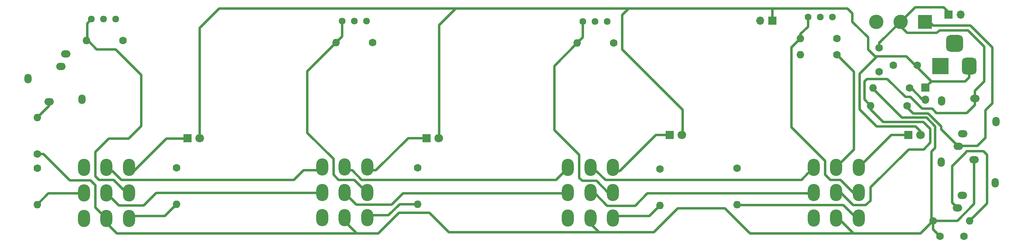
<source format=gbr>
%TF.GenerationSoftware,KiCad,Pcbnew,(6.0.11)*%
%TF.CreationDate,2024-02-23T20:56:01-06:00*%
%TF.ProjectId,StompBox,53746f6d-7042-46f7-982e-6b696361645f,rev?*%
%TF.SameCoordinates,Original*%
%TF.FileFunction,Copper,L2,Bot*%
%TF.FilePolarity,Positive*%
%FSLAX46Y46*%
G04 Gerber Fmt 4.6, Leading zero omitted, Abs format (unit mm)*
G04 Created by KiCad (PCBNEW (6.0.11)) date 2024-02-23 20:56:01*
%MOMM*%
%LPD*%
G01*
G04 APERTURE LIST*
G04 Aperture macros list*
%AMRoundRect*
0 Rectangle with rounded corners*
0 $1 Rounding radius*
0 $2 $3 $4 $5 $6 $7 $8 $9 X,Y pos of 4 corners*
0 Add a 4 corners polygon primitive as box body*
4,1,4,$2,$3,$4,$5,$6,$7,$8,$9,$2,$3,0*
0 Add four circle primitives for the rounded corners*
1,1,$1+$1,$2,$3*
1,1,$1+$1,$4,$5*
1,1,$1+$1,$6,$7*
1,1,$1+$1,$8,$9*
0 Add four rect primitives between the rounded corners*
20,1,$1+$1,$2,$3,$4,$5,0*
20,1,$1+$1,$4,$5,$6,$7,0*
20,1,$1+$1,$6,$7,$8,$9,0*
20,1,$1+$1,$8,$9,$2,$3,0*%
G04 Aperture macros list end*
%TA.AperFunction,ComponentPad*%
%ADD10R,1.700000X1.700000*%
%TD*%
%TA.AperFunction,ComponentPad*%
%ADD11O,1.700000X1.700000*%
%TD*%
%TA.AperFunction,ComponentPad*%
%ADD12C,1.600000*%
%TD*%
%TA.AperFunction,ComponentPad*%
%ADD13O,1.600000X1.600000*%
%TD*%
%TA.AperFunction,ComponentPad*%
%ADD14C,1.440000*%
%TD*%
%TA.AperFunction,ComponentPad*%
%ADD15O,1.500000X2.000000*%
%TD*%
%TA.AperFunction,ComponentPad*%
%ADD16O,2.000000X1.500000*%
%TD*%
%TA.AperFunction,ComponentPad*%
%ADD17R,1.800000X1.800000*%
%TD*%
%TA.AperFunction,ComponentPad*%
%ADD18C,1.800000*%
%TD*%
%TA.AperFunction,ComponentPad*%
%ADD19R,3.000000X3.000000*%
%TD*%
%TA.AperFunction,ComponentPad*%
%ADD20C,3.000000*%
%TD*%
%TA.AperFunction,ComponentPad*%
%ADD21O,2.500000X3.600000*%
%TD*%
%TA.AperFunction,ComponentPad*%
%ADD22R,3.500000X3.500000*%
%TD*%
%TA.AperFunction,ComponentPad*%
%ADD23RoundRect,0.750000X0.750000X1.000000X-0.750000X1.000000X-0.750000X-1.000000X0.750000X-1.000000X0*%
%TD*%
%TA.AperFunction,ComponentPad*%
%ADD24RoundRect,0.875000X0.875000X0.875000X-0.875000X0.875000X-0.875000X-0.875000X0.875000X-0.875000X0*%
%TD*%
%TA.AperFunction,Conductor*%
%ADD25C,0.500000*%
%TD*%
G04 APERTURE END LIST*
D10*
%TO.P,JP2,1,A*%
%TO.N,INVOLT*%
X240025000Y-64516000D03*
D11*
%TO.P,JP2,2,B*%
%TO.N,GND*%
X242565000Y-64516000D03*
%TD*%
D12*
%TO.P,R1,1*%
%TO.N,Net-(J1-PadS1)*%
X231432000Y-83566000D03*
D13*
%TO.P,R1,2*%
%TO.N,INVOLT*%
X223812000Y-83566000D03*
%TD*%
D12*
%TO.P,R10,1*%
%TO.N,GND*%
X179832000Y-96774000D03*
D13*
%TO.P,R10,2*%
%TO.N,Net-(R10-Pad2)*%
X179832000Y-104394000D03*
%TD*%
D14*
%TO.P,RV3,1,1*%
%TO.N,GND*%
X118620000Y-65910000D03*
%TO.P,RV3,2,2*%
X116080000Y-65910000D03*
%TO.P,RV3,3,3*%
%TO.N,Net-(R5-Pad2)*%
X113540000Y-65910000D03*
%TD*%
D15*
%TO.P,J1,G*%
%TO.N,GND*%
X249930000Y-86860000D03*
D16*
%TO.P,J1,S1*%
%TO.N,Net-(J1-PadS1)*%
X242030000Y-92060000D03*
%TO.P,J1,SN1*%
%TO.N,unconnected-(J1-PadSN1)*%
X243030000Y-89460000D03*
%TO.P,J1,T1*%
%TO.N,INVOLT*%
X245530000Y-82060000D03*
D15*
%TO.P,J1,TN1*%
%TO.N,unconnected-(J1-PadTN1)*%
X238630000Y-82560000D03*
%TD*%
D17*
%TO.P,D3,1,K*%
%TO.N,Net-(D3-Pad1)*%
X181882000Y-89710000D03*
D18*
%TO.P,D3,2,A*%
%TO.N,+9V*%
X184422000Y-89710000D03*
%TD*%
D15*
%TO.P,J6,G*%
%TO.N,GND*%
X48002000Y-77950000D03*
D16*
%TO.P,J6,S1*%
%TO.N,unconnected-(J6-PadS1)*%
X55902000Y-72750000D03*
%TO.P,J6,SN1*%
%TO.N,unconnected-(J6-PadSN1)*%
X54902000Y-75350000D03*
%TO.P,J6,T1*%
%TO.N,Net-(J6-PadT1)*%
X52402000Y-82750000D03*
D15*
%TO.P,J6,TN1*%
%TO.N,unconnected-(J6-PadTN1)*%
X59302000Y-82250000D03*
%TD*%
D19*
%TO.P,J3,1,Pin_1*%
%TO.N,Net-(J1-PadS1)*%
X235080000Y-66040000D03*
D20*
%TO.P,J3,2,Pin_2*%
%TO.N,INVOLT*%
X230000000Y-66040000D03*
%TO.P,J3,3,Pin_3*%
%TO.N,GND*%
X224920000Y-66040000D03*
%TD*%
D12*
%TO.P,R3,1*%
%TO.N,Net-(R3-Pad1)*%
X216782000Y-72970000D03*
D13*
%TO.P,R3,2*%
%TO.N,GND*%
X209162000Y-72970000D03*
%TD*%
D21*
%TO.P,SW4,1A*%
%TO.N,unconnected-(SW4-Pad1A)*%
X59670000Y-107100000D03*
%TO.P,SW4,1B*%
%TO.N,Net-(R12-Pad2)*%
X69070000Y-107100000D03*
%TO.P,SW4,1P*%
%TO.N,Net-(C3-Pad1)*%
X64370000Y-107100000D03*
%TO.P,SW4,2A*%
%TO.N,Net-(R13-Pad2)*%
X59670000Y-101800000D03*
%TO.P,SW4,2B*%
%TO.N,Net-(R6-Pad2)*%
X69070000Y-101800000D03*
%TO.P,SW4,2P*%
%TO.N,Net-(SW3-Pad2A)*%
X64370000Y-101800000D03*
%TO.P,SW4,3A*%
%TO.N,unconnected-(SW4-Pad3A)*%
X59670000Y-96500000D03*
%TO.P,SW4,3B*%
%TO.N,Net-(D4-Pad1)*%
X69070000Y-96500000D03*
%TO.P,SW4,3P*%
%TO.N,Net-(SW3-Pad3A)*%
X64370000Y-96500000D03*
%TD*%
D12*
%TO.P,R8,1*%
%TO.N,Net-(JP1-Pad2)*%
X231882000Y-79880000D03*
D13*
%TO.P,R8,2*%
%TO.N,Net-(C3-Pad1)*%
X224262000Y-79880000D03*
%TD*%
D14*
%TO.P,RV1,1,1*%
%TO.N,GND*%
X215782000Y-65024000D03*
%TO.P,RV1,2,2*%
X213242000Y-65024000D03*
%TO.P,RV1,3,3*%
%TO.N,Net-(R2-Pad2)*%
X210702000Y-65024000D03*
%TD*%
D22*
%TO.P,J2,1*%
%TO.N,GND*%
X238310000Y-75280000D03*
D23*
%TO.P,J2,2*%
%TO.N,+9V*%
X244310000Y-75280000D03*
D24*
%TO.P,J2,3*%
%TO.N,unconnected-(J2-Pad3)*%
X241310000Y-70580000D03*
%TD*%
D21*
%TO.P,SW2,1A*%
%TO.N,unconnected-(SW2-Pad1A)*%
X160652000Y-107046354D03*
%TO.P,SW2,1B*%
%TO.N,Net-(R10-Pad2)*%
X170052000Y-107046354D03*
%TO.P,SW2,1P*%
%TO.N,Net-(C3-Pad1)*%
X165352000Y-107046354D03*
%TO.P,SW2,2A*%
%TO.N,Net-(SW2-Pad2A)*%
X160652000Y-101746354D03*
%TO.P,SW2,2B*%
%TO.N,Net-(R4-Pad2)*%
X170052000Y-101746354D03*
%TO.P,SW2,2P*%
%TO.N,Net-(SW1-Pad2A)*%
X165352000Y-101746354D03*
%TO.P,SW2,3A*%
%TO.N,Net-(SW2-Pad3A)*%
X160652000Y-96446354D03*
%TO.P,SW2,3B*%
%TO.N,Net-(D3-Pad1)*%
X170052000Y-96446354D03*
%TO.P,SW2,3P*%
%TO.N,Net-(SW1-Pad3A)*%
X165352000Y-96446354D03*
%TD*%
D12*
%TO.P,R13,1*%
%TO.N,GND*%
X49922000Y-96600000D03*
D13*
%TO.P,R13,2*%
%TO.N,Net-(R13-Pad2)*%
X49922000Y-104220000D03*
%TD*%
D12*
%TO.P,R11,1*%
%TO.N,GND*%
X129286000Y-96520000D03*
D13*
%TO.P,R11,2*%
%TO.N,Net-(R11-Pad2)*%
X129286000Y-104140000D03*
%TD*%
D10*
%TO.P,JP1,1,A*%
%TO.N,+9V*%
X235232000Y-79750000D03*
D11*
%TO.P,JP1,2,B*%
%TO.N,Net-(JP1-Pad2)*%
X235232000Y-82290000D03*
%TD*%
D15*
%TO.P,J4,G*%
%TO.N,GND*%
X249790000Y-99700000D03*
D16*
%TO.P,J4,S1*%
%TO.N,Net-(J4-PadS1)*%
X241890000Y-104900000D03*
%TO.P,J4,SN1*%
%TO.N,unconnected-(J4-PadSN1)*%
X242890000Y-102300000D03*
%TO.P,J4,T1*%
%TO.N,Net-(C3-Pad1)*%
X245390000Y-94900000D03*
D15*
%TO.P,J4,TN1*%
%TO.N,unconnected-(J4-PadTN1)*%
X238490000Y-95400000D03*
%TD*%
D14*
%TO.P,RV2,1,1*%
%TO.N,GND*%
X168840000Y-66000000D03*
%TO.P,RV2,2,2*%
X166300000Y-66000000D03*
%TO.P,RV2,3,3*%
%TO.N,Net-(R4-Pad2)*%
X163760000Y-66000000D03*
%TD*%
D17*
%TO.P,D2,1,K*%
%TO.N,Net-(D2-Pad1)*%
X131182000Y-90360000D03*
D18*
%TO.P,D2,2,A*%
%TO.N,+9V*%
X133722000Y-90360000D03*
%TD*%
D12*
%TO.P,R9,1*%
%TO.N,GND*%
X195902000Y-96610000D03*
D13*
%TO.P,R9,2*%
%TO.N,Net-(R9-Pad2)*%
X195902000Y-104230000D03*
%TD*%
D12*
%TO.P,C1,1*%
%TO.N,INVOLT*%
X225542000Y-71510000D03*
%TO.P,C1,2*%
%TO.N,GND*%
X225542000Y-76510000D03*
%TD*%
%TO.P,R5,1*%
%TO.N,GND*%
X119850000Y-70430000D03*
D13*
%TO.P,R5,2*%
%TO.N,Net-(R5-Pad2)*%
X112230000Y-70430000D03*
%TD*%
D17*
%TO.P,D1,1,K*%
%TO.N,Net-(D1-Pad1)*%
X231648000Y-89662000D03*
D18*
%TO.P,D1,2,A*%
%TO.N,+9V*%
X234188000Y-89662000D03*
%TD*%
D21*
%TO.P,SW1,1A*%
%TO.N,unconnected-(SW1-Pad1A)*%
X211892000Y-107046354D03*
%TO.P,SW1,1B*%
%TO.N,Net-(R9-Pad2)*%
X221292000Y-107046354D03*
%TO.P,SW1,1P*%
%TO.N,Net-(C3-Pad1)*%
X216592000Y-107046354D03*
%TO.P,SW1,2A*%
%TO.N,Net-(SW1-Pad2A)*%
X211892000Y-101746354D03*
%TO.P,SW1,2B*%
%TO.N,Net-(R2-Pad2)*%
X221292000Y-101746354D03*
%TO.P,SW1,2P*%
%TO.N,INVOLT*%
X216592000Y-101746354D03*
%TO.P,SW1,3A*%
%TO.N,Net-(SW1-Pad3A)*%
X211892000Y-96446354D03*
%TO.P,SW1,3B*%
%TO.N,Net-(D1-Pad1)*%
X221292000Y-96446354D03*
%TO.P,SW1,3P*%
%TO.N,Net-(R3-Pad1)*%
X216592000Y-96446354D03*
%TD*%
%TO.P,SW3,1A*%
%TO.N,unconnected-(SW3-Pad1A)*%
X109370000Y-107000000D03*
%TO.P,SW3,1B*%
%TO.N,Net-(R11-Pad2)*%
X118770000Y-107000000D03*
%TO.P,SW3,1P*%
%TO.N,Net-(C3-Pad1)*%
X114070000Y-107000000D03*
%TO.P,SW3,2A*%
%TO.N,Net-(SW3-Pad2A)*%
X109370000Y-101700000D03*
%TO.P,SW3,2B*%
%TO.N,Net-(R5-Pad2)*%
X118770000Y-101700000D03*
%TO.P,SW3,2P*%
%TO.N,Net-(SW2-Pad2A)*%
X114070000Y-101700000D03*
%TO.P,SW3,3A*%
%TO.N,Net-(SW3-Pad3A)*%
X109370000Y-96400000D03*
%TO.P,SW3,3B*%
%TO.N,Net-(D2-Pad1)*%
X118770000Y-96400000D03*
%TO.P,SW3,3P*%
%TO.N,Net-(SW2-Pad3A)*%
X114070000Y-96400000D03*
%TD*%
D12*
%TO.P,R6,1*%
%TO.N,GND*%
X67820000Y-69970000D03*
D13*
%TO.P,R6,2*%
%TO.N,Net-(R6-Pad2)*%
X60200000Y-69970000D03*
%TD*%
D10*
%TO.P,J5,1,Pin_1*%
%TO.N,+9V*%
X203282000Y-65786000D03*
D11*
%TO.P,J5,2,Pin_2*%
%TO.N,GND*%
X200742000Y-65786000D03*
%TD*%
D17*
%TO.P,D4,1,K*%
%TO.N,Net-(D4-Pad1)*%
X81257000Y-90360000D03*
D18*
%TO.P,D4,2,A*%
%TO.N,+9V*%
X83797000Y-90360000D03*
%TD*%
D12*
%TO.P,C2,1*%
%TO.N,+9V*%
X233512000Y-75120000D03*
%TO.P,C2,2*%
%TO.N,GND*%
X228512000Y-75120000D03*
%TD*%
%TO.P,C3,1*%
%TO.N,Net-(C3-Pad1)*%
X238252000Y-110870000D03*
%TO.P,C3,2*%
%TO.N,GND*%
X243252000Y-110870000D03*
%TD*%
%TO.P,R2,1*%
%TO.N,GND*%
X216782000Y-69560000D03*
D13*
%TO.P,R2,2*%
%TO.N,Net-(R2-Pad2)*%
X209162000Y-69560000D03*
%TD*%
D12*
%TO.P,R12,1*%
%TO.N,GND*%
X78994000Y-96520000D03*
D13*
%TO.P,R12,2*%
%TO.N,Net-(R12-Pad2)*%
X78994000Y-104140000D03*
%TD*%
D12*
%TO.P,R4,1*%
%TO.N,GND*%
X170200000Y-70480000D03*
D13*
%TO.P,R4,2*%
%TO.N,Net-(R4-Pad2)*%
X162580000Y-70480000D03*
%TD*%
D14*
%TO.P,RV4,1,1*%
%TO.N,GND*%
X66320000Y-65470000D03*
%TO.P,RV4,2,2*%
X63780000Y-65470000D03*
%TO.P,RV4,3,3*%
%TO.N,Net-(R6-Pad2)*%
X61240000Y-65470000D03*
%TD*%
D12*
%TO.P,R14,1*%
%TO.N,Net-(C3-Pad1)*%
X49922000Y-93710000D03*
D13*
%TO.P,R14,2*%
%TO.N,Net-(J6-PadT1)*%
X49922000Y-86090000D03*
%TD*%
D12*
%TO.P,R7,1*%
%TO.N,Net-(C3-Pad1)*%
X236832000Y-107630000D03*
D13*
%TO.P,R7,2*%
%TO.N,Net-(J4-PadS1)*%
X244452000Y-107630000D03*
%TD*%
D25*
%TO.N,Net-(J1-PadS1)*%
X232682000Y-85190000D02*
X231432000Y-83940000D01*
X231432000Y-83940000D02*
X231432000Y-83566000D01*
X235812000Y-85190000D02*
X232682000Y-85190000D01*
X238506000Y-88524000D02*
X238506000Y-87884000D01*
X238506000Y-87884000D02*
X235812000Y-85190000D01*
X242030000Y-92060000D02*
X242030000Y-92048000D01*
X242030000Y-92048000D02*
X238506000Y-88524000D01*
%TO.N,INVOLT*%
X245530000Y-83400000D02*
X245530000Y-82060000D01*
X243800000Y-85130000D02*
X245530000Y-83400000D01*
X236622000Y-84220000D02*
X237532000Y-85130000D01*
X231062000Y-81750000D02*
X232072000Y-81750000D01*
X223042000Y-77970000D02*
X227282000Y-77970000D01*
X232072000Y-81750000D02*
X234542000Y-84220000D01*
X222504000Y-78508000D02*
X223042000Y-77970000D01*
X227282000Y-77970000D02*
X231062000Y-81750000D01*
X237532000Y-85130000D02*
X243800000Y-85130000D01*
X222504000Y-82258000D02*
X222504000Y-78508000D01*
X234542000Y-84220000D02*
X236622000Y-84220000D01*
X223812000Y-83566000D02*
X222504000Y-82258000D01*
%TO.N,Net-(C3-Pad1)*%
X224262000Y-80030000D02*
X224262000Y-79880000D01*
X230302000Y-86070000D02*
X224262000Y-80030000D01*
X237236000Y-87884000D02*
X235422000Y-86070000D01*
X236474000Y-93138000D02*
X237236000Y-92376000D01*
X237236000Y-92376000D02*
X237236000Y-87884000D01*
X235422000Y-86070000D02*
X230302000Y-86070000D01*
X236474000Y-107272000D02*
X236474000Y-93138000D01*
X236832000Y-107630000D02*
X236474000Y-107272000D01*
%TO.N,INVOLT*%
X223812000Y-84366000D02*
X223812000Y-83566000D01*
X236220000Y-88392000D02*
X234818000Y-86990000D01*
X234842000Y-92710000D02*
X236220000Y-91332000D01*
X231702000Y-92710000D02*
X234842000Y-92710000D01*
X223782000Y-100630000D02*
X231702000Y-92710000D01*
X223782000Y-103370000D02*
X223782000Y-100630000D01*
X222792000Y-104360000D02*
X223782000Y-103370000D01*
X220132000Y-104360000D02*
X222792000Y-104360000D01*
X217672000Y-101900000D02*
X220132000Y-104360000D01*
X216540000Y-101900000D02*
X217672000Y-101900000D01*
X234818000Y-86990000D02*
X226436000Y-86990000D01*
X226436000Y-86990000D02*
X223812000Y-84366000D01*
X236220000Y-91332000D02*
X236220000Y-88392000D01*
%TO.N,Net-(JP1-Pad2)*%
X234632000Y-82290000D02*
X232222000Y-79880000D01*
X235232000Y-82290000D02*
X234632000Y-82290000D01*
X232222000Y-79880000D02*
X231882000Y-79880000D01*
%TO.N,+9V*%
X221488000Y-84328000D02*
X221488000Y-76904000D01*
X225060000Y-87900000D02*
X221488000Y-84328000D01*
X233188000Y-87900000D02*
X225060000Y-87900000D01*
X221488000Y-76904000D02*
X225142000Y-73250000D01*
X234188000Y-88900000D02*
X233188000Y-87900000D01*
X234188000Y-89662000D02*
X234188000Y-88900000D01*
%TO.N,INVOLT*%
X245520000Y-82050000D02*
X245520000Y-80480000D01*
X244094000Y-67818000D02*
X238162000Y-67818000D01*
X237580000Y-68400000D02*
X231400000Y-68400000D01*
X230000000Y-67000000D02*
X230000000Y-66040000D01*
X245530000Y-82060000D02*
X245520000Y-82050000D01*
X245520000Y-80480000D02*
X247500000Y-78500000D01*
X240025000Y-64516000D02*
X240025000Y-64003000D01*
X231400000Y-68400000D02*
X230000000Y-67000000D01*
X239014000Y-62992000D02*
X233048000Y-62992000D01*
X247500000Y-71224000D02*
X244094000Y-67818000D01*
X247500000Y-78500000D02*
X247500000Y-71224000D01*
X230000000Y-66040000D02*
X225542000Y-70498000D01*
X238162000Y-67818000D02*
X237580000Y-68400000D01*
X225542000Y-70498000D02*
X225542000Y-71510000D01*
X233048000Y-62992000D02*
X230000000Y-66040000D01*
X240025000Y-64003000D02*
X239014000Y-62992000D01*
%TO.N,Net-(D1-Pad1)*%
X228076354Y-89662000D02*
X221292000Y-96446354D01*
X231648000Y-89662000D02*
X228076354Y-89662000D01*
%TO.N,+9V*%
X233512000Y-75120000D02*
X233122000Y-75120000D01*
X203596000Y-63246000D02*
X203282000Y-63560000D01*
X219964000Y-66040000D02*
X219964000Y-64262000D01*
X133757000Y-90325000D02*
X133757000Y-66765000D01*
X173364000Y-63246000D02*
X173296000Y-63314000D01*
X205994000Y-63246000D02*
X203596000Y-63246000D01*
X244310000Y-77690000D02*
X244310000Y-75280000D01*
X236480000Y-78480000D02*
X236468000Y-78480000D01*
X184557000Y-84431000D02*
X184557000Y-89575000D01*
X173296000Y-63314000D02*
X171958000Y-64652000D01*
X236480000Y-78480000D02*
X243520000Y-78480000D01*
X223232000Y-69308000D02*
X219964000Y-66040000D01*
X233122000Y-75120000D02*
X231252000Y-73250000D01*
X171958000Y-71832000D02*
X184557000Y-84431000D01*
X184557000Y-89575000D02*
X184422000Y-89710000D01*
X205994000Y-63246000D02*
X173364000Y-63246000D01*
X83797000Y-67345000D02*
X83797000Y-90360000D01*
X235232000Y-79750000D02*
X235232000Y-79728000D01*
X171958000Y-64652000D02*
X171958000Y-71832000D01*
X235232000Y-79728000D02*
X236480000Y-78480000D01*
X87896000Y-63246000D02*
X83797000Y-67345000D01*
X218948000Y-63246000D02*
X205994000Y-63246000D01*
X231252000Y-73250000D02*
X225142000Y-73250000D01*
X219964000Y-64262000D02*
X218948000Y-63246000D01*
X223232000Y-71790000D02*
X223232000Y-69308000D01*
X133722000Y-90360000D02*
X133757000Y-90325000D01*
X203282000Y-63560000D02*
X203282000Y-65786000D01*
X137276000Y-63246000D02*
X87896000Y-63246000D01*
X225142000Y-73250000D02*
X224692000Y-73250000D01*
X173296000Y-63314000D02*
X173228000Y-63246000D01*
X133757000Y-66765000D02*
X137276000Y-63246000D01*
X233512000Y-75524000D02*
X233512000Y-75120000D01*
X224692000Y-73250000D02*
X223232000Y-71790000D01*
X173228000Y-63246000D02*
X137276000Y-63246000D01*
X243520000Y-78480000D02*
X244310000Y-77690000D01*
X236468000Y-78480000D02*
X233512000Y-75524000D01*
%TO.N,Net-(J1-PadS1)*%
X247735625Y-90264375D02*
X247735625Y-84534375D01*
X242142000Y-91948000D02*
X246052000Y-91948000D01*
X236802000Y-66802000D02*
X236040000Y-66040000D01*
X246052000Y-91948000D02*
X247735625Y-90264375D01*
X249170000Y-71370000D02*
X244602000Y-66802000D01*
X249066000Y-83204000D02*
X249170000Y-83100000D01*
X249170000Y-83100000D02*
X249170000Y-71370000D01*
X236040000Y-66040000D02*
X235080000Y-66040000D01*
X247735625Y-84534375D02*
X249066000Y-83204000D01*
X242030000Y-92060000D02*
X242142000Y-91948000D01*
X247942000Y-84328000D02*
X249066000Y-83204000D01*
X244602000Y-66802000D02*
X236802000Y-66802000D01*
%TO.N,Net-(R2-Pad2)*%
X215422000Y-99130000D02*
X217542000Y-99130000D01*
X217542000Y-99130000D02*
X220312000Y-101900000D01*
X209162000Y-68634000D02*
X209162000Y-69560000D01*
X210702000Y-67094000D02*
X209162000Y-68634000D01*
X220312000Y-101900000D02*
X221840000Y-101900000D01*
X209162000Y-69560000D02*
X207282000Y-71440000D01*
X207282000Y-88060000D02*
X214302000Y-95080000D01*
X214302000Y-98010000D02*
X215422000Y-99130000D01*
X207282000Y-71440000D02*
X207282000Y-88060000D01*
X214302000Y-95080000D02*
X214302000Y-98010000D01*
X210702000Y-65024000D02*
X210702000Y-67094000D01*
%TO.N,Net-(R3-Pad1)*%
X216592000Y-96446354D02*
X220282000Y-92756354D01*
X220282000Y-92756354D02*
X220282000Y-76470000D01*
X220282000Y-76470000D02*
X216782000Y-72970000D01*
%TO.N,Net-(D3-Pad1)*%
X171462000Y-97200000D02*
X170600000Y-97200000D01*
X181882000Y-89710000D02*
X178952000Y-89710000D01*
X178952000Y-89710000D02*
X171462000Y-97200000D01*
%TO.N,Net-(R4-Pad2)*%
X170600000Y-101900000D02*
X169200000Y-101900000D01*
X163760000Y-66000000D02*
X163760000Y-69300000D01*
X157782000Y-75278000D02*
X162580000Y-70480000D01*
X162982000Y-93860000D02*
X157782000Y-88660000D01*
X169200000Y-101900000D02*
X166590000Y-99290000D01*
X163760000Y-69300000D02*
X162580000Y-70480000D01*
X162982000Y-98642000D02*
X162982000Y-93860000D01*
X166590000Y-99290000D02*
X163630000Y-99290000D01*
X163630000Y-99290000D02*
X162982000Y-98642000D01*
X157782000Y-88660000D02*
X157782000Y-75278000D01*
%TO.N,Net-(SW1-Pad2A)*%
X166270000Y-101900000D02*
X165300000Y-101900000D01*
X211240000Y-101900000D02*
X177246000Y-101900000D01*
X177246000Y-101900000D02*
X174656000Y-104490000D01*
X174656000Y-104490000D02*
X168860000Y-104490000D01*
X168860000Y-104490000D02*
X166270000Y-101900000D01*
%TO.N,Net-(J4-PadS1)*%
X240792000Y-103802000D02*
X240792000Y-96220000D01*
X243832000Y-93070000D02*
X247282000Y-93070000D01*
X244452000Y-107630000D02*
X248082000Y-104000000D01*
X248082000Y-104000000D02*
X248082000Y-103980000D01*
X243652000Y-93250000D02*
X243832000Y-93070000D01*
X247282000Y-93070000D02*
X248082000Y-93870000D01*
X248082000Y-93870000D02*
X248082000Y-103980000D01*
X243652000Y-93360000D02*
X243652000Y-93250000D01*
X240792000Y-96220000D02*
X243652000Y-93360000D01*
X241890000Y-104900000D02*
X240792000Y-103802000D01*
%TO.N,Net-(C3-Pad1)*%
X219786000Y-110236000D02*
X220218000Y-110236000D01*
X114170000Y-106500000D02*
X114170000Y-107820000D01*
X56712000Y-99160000D02*
X61062000Y-99160000D01*
X64362000Y-107100000D02*
X64370000Y-107100000D01*
X51262000Y-93710000D02*
X56712000Y-99160000D01*
X114170000Y-107820000D02*
X116586000Y-110236000D01*
X116586000Y-110236000D02*
X117348000Y-110236000D01*
X66548000Y-110236000D02*
X64470000Y-108158000D01*
X198628000Y-110236000D02*
X219786000Y-110236000D01*
X183554000Y-104990000D02*
X193382000Y-104990000D01*
X236832000Y-107630000D02*
X241862000Y-107630000D01*
X245390000Y-104102000D02*
X245390000Y-94900000D01*
X117348000Y-110236000D02*
X121106000Y-110236000D01*
X219786000Y-110236000D02*
X219840000Y-110290000D01*
X64470000Y-108158000D02*
X64470000Y-106600000D01*
X62092000Y-100190000D02*
X62092000Y-104830000D01*
X49922000Y-93710000D02*
X51262000Y-93710000D01*
X193382000Y-104990000D02*
X198628000Y-110236000D01*
X165300000Y-108150000D02*
X167132000Y-109982000D01*
X135824000Y-109982000D02*
X168910000Y-109982000D01*
X178562000Y-109982000D02*
X183554000Y-104990000D01*
X62092000Y-104830000D02*
X64362000Y-107100000D01*
X219840000Y-110290000D02*
X234172000Y-110290000D01*
X236832000Y-109450000D02*
X238252000Y-110870000D01*
X168910000Y-109982000D02*
X178562000Y-109982000D01*
X117348000Y-110236000D02*
X66548000Y-110236000D01*
X236832000Y-107630000D02*
X236832000Y-109450000D01*
X121106000Y-110236000D02*
X125432000Y-105910000D01*
X236832000Y-107630000D02*
X234172000Y-110290000D01*
X61062000Y-99160000D02*
X62092000Y-100190000D01*
X131752000Y-105910000D02*
X135824000Y-109982000D01*
X216582000Y-106600000D02*
X220218000Y-110236000D01*
X125432000Y-105910000D02*
X131752000Y-105910000D01*
X167132000Y-109982000D02*
X168910000Y-109982000D01*
X165300000Y-106600000D02*
X165300000Y-108150000D01*
X241862000Y-107630000D02*
X245390000Y-104102000D01*
%TO.N,Net-(D2-Pad1)*%
X120602000Y-97100000D02*
X119470000Y-97100000D01*
X131182000Y-90360000D02*
X127342000Y-90360000D01*
X127342000Y-90360000D02*
X120602000Y-97100000D01*
%TO.N,Net-(R5-Pad2)*%
X112776000Y-99060000D02*
X111732000Y-98016000D01*
X113540000Y-65910000D02*
X113540000Y-69120000D01*
X111732000Y-94714000D02*
X106282000Y-89264000D01*
X113540000Y-69120000D02*
X112230000Y-70430000D01*
X111732000Y-98016000D02*
X111732000Y-94714000D01*
X116090000Y-99060000D02*
X112776000Y-99060000D01*
X118830000Y-101800000D02*
X116090000Y-99060000D01*
X106282000Y-76378000D02*
X112230000Y-70430000D01*
X106282000Y-89264000D02*
X106282000Y-76378000D01*
%TO.N,Net-(SW2-Pad2A)*%
X123890000Y-104240000D02*
X116540000Y-104240000D01*
X126230000Y-101900000D02*
X123890000Y-104240000D01*
X116540000Y-104240000D02*
X114170000Y-101870000D01*
X160000000Y-101900000D02*
X126230000Y-101900000D01*
X114170000Y-101870000D02*
X114170000Y-101800000D01*
%TO.N,Net-(SW2-Pad3A)*%
X158140000Y-99060000D02*
X160000000Y-97200000D01*
X114170000Y-97100000D02*
X115660000Y-97100000D01*
X115660000Y-97100000D02*
X117620000Y-99060000D01*
X117620000Y-99060000D02*
X158140000Y-99060000D01*
%TO.N,Net-(D4-Pad1)*%
X76848000Y-90424000D02*
X70072000Y-97200000D01*
X81193000Y-90424000D02*
X76848000Y-90424000D01*
X70072000Y-97200000D02*
X69770000Y-97200000D01*
X81257000Y-90360000D02*
X81193000Y-90424000D01*
%TO.N,Net-(R6-Pad2)*%
X62057000Y-98335000D02*
X62057000Y-93275000D01*
X62057000Y-93275000D02*
X64862000Y-90470000D01*
X64862000Y-90470000D02*
X69002000Y-90470000D01*
X71642000Y-87830000D02*
X71642000Y-77160000D01*
X69002000Y-90470000D02*
X71642000Y-87830000D01*
X62822000Y-99100000D02*
X62057000Y-98335000D01*
X71642000Y-77160000D02*
X66272000Y-71790000D01*
X60332000Y-66378000D02*
X60332000Y-69838000D01*
X66272000Y-71790000D02*
X62342000Y-71790000D01*
X65840000Y-99100000D02*
X62822000Y-99100000D01*
X60332000Y-69838000D02*
X60200000Y-69970000D01*
X60522000Y-69970000D02*
X60200000Y-69970000D01*
X68640000Y-101900000D02*
X65840000Y-99100000D01*
X61240000Y-65470000D02*
X60332000Y-66378000D01*
X62342000Y-71790000D02*
X60522000Y-69970000D01*
%TO.N,Net-(SW3-Pad2A)*%
X72136000Y-104394000D02*
X66964000Y-104394000D01*
X108870000Y-101800000D02*
X74730000Y-101800000D01*
X74730000Y-101800000D02*
X72136000Y-104394000D01*
X66964000Y-104394000D02*
X64470000Y-101900000D01*
%TO.N,Net-(R9-Pad2)*%
X221292000Y-107046354D02*
X220778354Y-107046354D01*
X196002000Y-104330000D02*
X195902000Y-104230000D01*
X218062000Y-104330000D02*
X196002000Y-104330000D01*
X220778354Y-107046354D02*
X218062000Y-104330000D01*
%TO.N,Net-(R10-Pad2)*%
X177626000Y-106600000D02*
X179832000Y-104394000D01*
X170600000Y-106600000D02*
X177626000Y-106600000D01*
%TO.N,Net-(SW3-Pad3A)*%
X105460000Y-97100000D02*
X108870000Y-97100000D01*
X103500000Y-99060000D02*
X105460000Y-97100000D01*
X65640000Y-97200000D02*
X67500000Y-99060000D01*
X67500000Y-99060000D02*
X103500000Y-99060000D01*
X64470000Y-97200000D02*
X65640000Y-97200000D01*
%TO.N,Net-(SW1-Pad3A)*%
X166570000Y-97200000D02*
X168460000Y-99090000D01*
X209350000Y-99090000D02*
X210745025Y-97694975D01*
X165300000Y-97200000D02*
X166570000Y-97200000D01*
X168460000Y-99090000D02*
X209350000Y-99090000D01*
%TO.N,Net-(R11-Pad2)*%
X119470000Y-106500000D02*
X123172000Y-106500000D01*
X125532000Y-104140000D02*
X129286000Y-104140000D01*
X123172000Y-106500000D02*
X125532000Y-104140000D01*
%TO.N,Net-(R12-Pad2)*%
X76534000Y-106600000D02*
X78994000Y-104140000D01*
X69770000Y-106600000D02*
X76534000Y-106600000D01*
%TO.N,Net-(R13-Pad2)*%
X52242000Y-101900000D02*
X49922000Y-104220000D01*
X59170000Y-101900000D02*
X52242000Y-101900000D01*
%TO.N,Net-(J6-PadT1)*%
X52402000Y-83610000D02*
X49922000Y-86090000D01*
X52402000Y-82750000D02*
X52402000Y-83610000D01*
%TD*%
M02*

</source>
